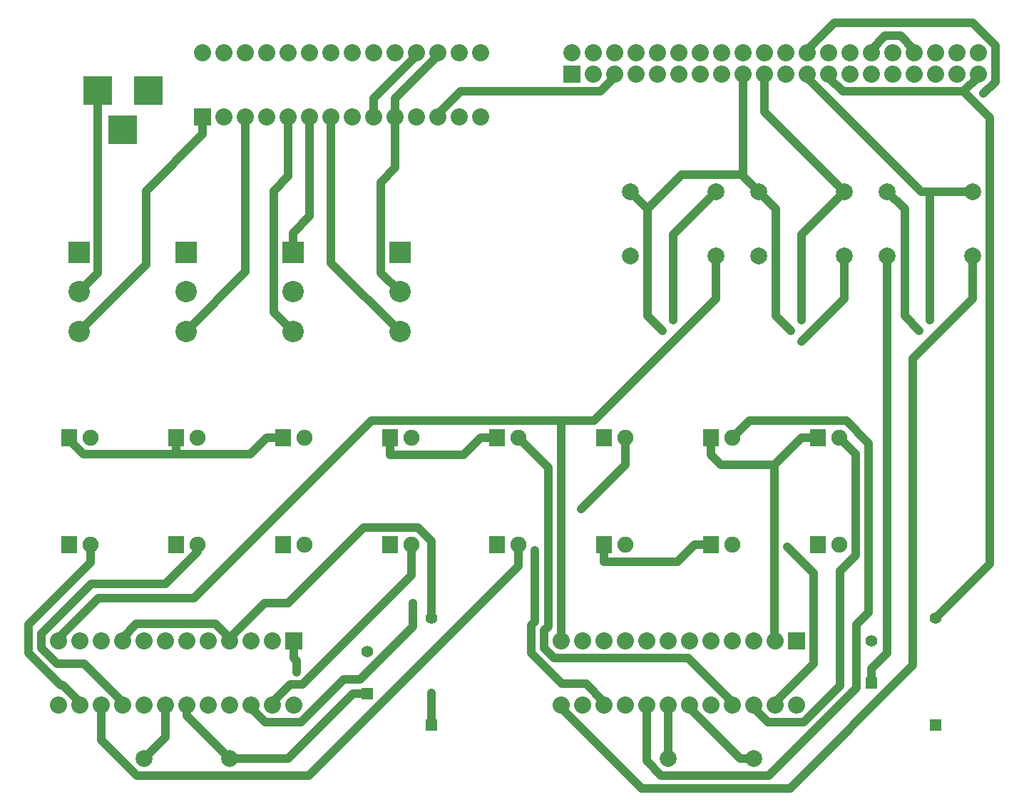
<source format=gbr>
G04 #@! TF.FileFunction,Copper,L2,Bot,Signal*
%FSLAX46Y46*%
G04 Gerber Fmt 4.6, Leading zero omitted, Abs format (unit mm)*
G04 Created by KiCad (PCBNEW 4.0.2-stable) date Wednesday, 03 August 2016 'pmt' 15:26:21*
%MOMM*%
G01*
G04 APERTURE LIST*
%ADD10C,0.100000*%
%ADD11R,1.397000X1.397000*%
%ADD12C,1.397000*%
%ADD13R,1.400000X1.400000*%
%ADD14C,1.400000*%
%ADD15R,3.500120X3.500120*%
%ADD16R,1.900000X2.000000*%
%ADD17C,1.900000*%
%ADD18C,1.998980*%
%ADD19R,2.032000X2.032000*%
%ADD20C,2.032000*%
%ADD21C,1.000760*%
%ADD22R,2.540000X2.540000*%
%ADD23C,2.540000*%
%ADD24C,1.000000*%
%ADD25C,1.000000*%
G04 APERTURE END LIST*
D10*
D11*
X68400400Y-147146000D03*
D12*
X68400400Y-134446000D03*
D13*
X120650000Y-142160000D03*
D14*
X120650000Y-137160000D03*
D11*
X128270000Y-147146000D03*
D12*
X128270000Y-134446000D03*
D13*
X60780400Y-143430000D03*
D14*
X60780400Y-138430000D03*
D15*
X34775140Y-71755000D03*
X28775660Y-71755000D03*
X31775400Y-76454000D03*
D16*
X25400000Y-113030000D03*
D17*
X27940000Y-113030000D03*
D16*
X38100000Y-113030000D03*
D17*
X40640000Y-113030000D03*
D16*
X50800000Y-113030000D03*
D17*
X53340000Y-113030000D03*
D16*
X63500000Y-113030000D03*
D17*
X66040000Y-113030000D03*
D16*
X76200000Y-113030000D03*
D17*
X78740000Y-113030000D03*
D16*
X88900000Y-113030000D03*
D17*
X91440000Y-113030000D03*
D16*
X101600000Y-113030000D03*
D17*
X104140000Y-113030000D03*
D16*
X114300000Y-113030000D03*
D17*
X116840000Y-113030000D03*
D16*
X25400000Y-125730000D03*
D17*
X27940000Y-125730000D03*
D16*
X38100000Y-125730000D03*
D17*
X40640000Y-125730000D03*
D16*
X50800000Y-125730000D03*
D17*
X53340000Y-125730000D03*
D16*
X63500000Y-125730000D03*
D17*
X66040000Y-125730000D03*
D16*
X88900000Y-125730000D03*
D17*
X91440000Y-125730000D03*
D16*
X76200000Y-125730000D03*
D17*
X78740000Y-125730000D03*
D16*
X101600000Y-125730000D03*
D17*
X104140000Y-125730000D03*
D16*
X114300000Y-125730000D03*
D17*
X116840000Y-125730000D03*
D18*
X96520000Y-151130000D03*
X106680000Y-151130000D03*
X34290000Y-151130000D03*
X44450000Y-151130000D03*
D19*
X41275000Y-74930000D03*
D20*
X43815000Y-74930000D03*
X46355000Y-74930000D03*
X48895000Y-74930000D03*
X51435000Y-74930000D03*
X53975000Y-74930000D03*
X56515000Y-74930000D03*
X59055000Y-74930000D03*
X61595000Y-74930000D03*
X64135000Y-74930000D03*
X66675000Y-74930000D03*
X69215000Y-74930000D03*
X71755000Y-74930000D03*
X74295000Y-74930000D03*
X74295000Y-67310000D03*
X71755000Y-67310000D03*
X69215000Y-67310000D03*
X66675000Y-67310000D03*
X64135000Y-67310000D03*
X61595000Y-67310000D03*
X59055000Y-67310000D03*
X56515000Y-67310000D03*
X53975000Y-67310000D03*
X51435000Y-67310000D03*
X48895000Y-67310000D03*
X46355000Y-67310000D03*
X43815000Y-67310000D03*
X41275000Y-67310000D03*
D19*
X111760000Y-137160000D03*
D20*
X109220000Y-137160000D03*
X106680000Y-137160000D03*
X104140000Y-137160000D03*
X101600000Y-137160000D03*
X99060000Y-137160000D03*
X96520000Y-137160000D03*
X93980000Y-137160000D03*
X91440000Y-137160000D03*
X88900000Y-137160000D03*
X86360000Y-137160000D03*
X83820000Y-137160000D03*
X83820000Y-144780000D03*
X86360000Y-144780000D03*
X88900000Y-144780000D03*
X91440000Y-144780000D03*
X93980000Y-144780000D03*
X96520000Y-144780000D03*
X99060000Y-144780000D03*
X101600000Y-144780000D03*
X104140000Y-144780000D03*
X106680000Y-144780000D03*
X109220000Y-144780000D03*
X111760000Y-144780000D03*
D19*
X52070000Y-137160000D03*
D20*
X49530000Y-137160000D03*
X46990000Y-137160000D03*
X44450000Y-137160000D03*
X41910000Y-137160000D03*
X39370000Y-137160000D03*
X36830000Y-137160000D03*
X34290000Y-137160000D03*
X31750000Y-137160000D03*
X29210000Y-137160000D03*
X26670000Y-137160000D03*
X24130000Y-137160000D03*
X24130000Y-144780000D03*
X26670000Y-144780000D03*
X29210000Y-144780000D03*
X31750000Y-144780000D03*
X34290000Y-144780000D03*
X36830000Y-144780000D03*
X39370000Y-144780000D03*
X41910000Y-144780000D03*
X44450000Y-144780000D03*
X46990000Y-144780000D03*
X49530000Y-144780000D03*
X52070000Y-144780000D03*
D21*
X95885000Y-100330000D03*
X97155000Y-99060000D03*
X97155000Y-101600000D03*
X126365000Y-100330000D03*
X127635000Y-99060000D03*
X127635000Y-101600000D03*
X111125000Y-100330000D03*
X112395000Y-99060000D03*
X112395000Y-101600000D03*
D18*
X92075000Y-83820000D03*
X102235000Y-83820000D03*
X92075000Y-91440000D03*
X102235000Y-91440000D03*
X107315000Y-83820000D03*
X117475000Y-83820000D03*
X107315000Y-91440000D03*
X117475000Y-91440000D03*
X122555000Y-83820000D03*
X132715000Y-83820000D03*
X122555000Y-91440000D03*
X132715000Y-91440000D03*
D22*
X64656200Y-91006400D03*
D23*
X64656200Y-95705400D03*
X64656200Y-100404400D03*
D22*
X51956200Y-91006400D03*
D23*
X51956200Y-95705400D03*
X51956200Y-100404400D03*
D22*
X39256200Y-91006400D03*
D23*
X39256200Y-95705400D03*
X39256200Y-100404400D03*
D22*
X26556200Y-91006400D03*
D23*
X26556200Y-95705400D03*
X26556200Y-100404400D03*
D19*
X85090000Y-69850000D03*
D20*
X85090000Y-67310000D03*
X87630000Y-69850000D03*
X87630000Y-67310000D03*
X90170000Y-69850000D03*
X90170000Y-67310000D03*
X92710000Y-69850000D03*
X92710000Y-67310000D03*
X95250000Y-69850000D03*
X95250000Y-67310000D03*
X97790000Y-69850000D03*
X97790000Y-67310000D03*
X100330000Y-69850000D03*
X100330000Y-67310000D03*
X102870000Y-69850000D03*
X102870000Y-67310000D03*
X105410000Y-69850000D03*
X105410000Y-67310000D03*
X107950000Y-69850000D03*
X107950000Y-67310000D03*
X110490000Y-69850000D03*
X110490000Y-67310000D03*
X113030000Y-69850000D03*
X113030000Y-67310000D03*
X115570000Y-69850000D03*
X115570000Y-67310000D03*
X118110000Y-69850000D03*
X118110000Y-67310000D03*
X120650000Y-69850000D03*
X120650000Y-67310000D03*
X123190000Y-69850000D03*
X123190000Y-67310000D03*
X125730000Y-69850000D03*
X125730000Y-67310000D03*
X128270000Y-69850000D03*
X128270000Y-67310000D03*
X130810000Y-69850000D03*
X130810000Y-67310000D03*
X133350000Y-69850000D03*
X133350000Y-67310000D03*
D24*
X133960300Y-72144200D03*
X68400400Y-143349700D03*
X110634300Y-125980100D03*
X80729800Y-126403200D03*
X86154000Y-121520500D03*
X66204400Y-132693500D03*
X52440300Y-140854600D03*
D25*
X61595000Y-72768000D02*
X61595000Y-74930000D01*
X66675000Y-67688000D02*
X61595000Y-72768000D01*
X66675000Y-67310000D02*
X66675000Y-67688000D01*
X92075000Y-83820000D02*
X94092600Y-85837600D01*
X94092600Y-98537600D02*
X94092600Y-85837600D01*
X95885000Y-100330000D02*
X94092600Y-98537600D01*
X98158300Y-81771900D02*
X105410000Y-81771900D01*
X94092600Y-85837600D02*
X98158300Y-81771900D01*
X105410000Y-69850000D02*
X105410000Y-81771900D01*
X124618600Y-98583600D02*
X126365000Y-100330000D01*
X124618600Y-85883600D02*
X124618600Y-98583600D01*
X122555000Y-83820000D02*
X124618600Y-85883600D01*
X105410000Y-81915000D02*
X107315000Y-83820000D01*
X105410000Y-81771900D02*
X105410000Y-81915000D01*
X109323500Y-98528500D02*
X111125000Y-100330000D01*
X109323500Y-85828500D02*
X109323500Y-98528500D01*
X107315000Y-83820000D02*
X109323500Y-85828500D01*
X97155000Y-88900000D02*
X102235000Y-83820000D01*
X97155000Y-99060000D02*
X97155000Y-88900000D01*
X113030000Y-66998400D02*
X113030000Y-67310000D01*
X116243300Y-63785100D02*
X113030000Y-66998400D01*
X132695000Y-63785100D02*
X116243300Y-63785100D01*
X135366800Y-66456900D02*
X132695000Y-63785100D01*
X135366800Y-70737700D02*
X135366800Y-66456900D01*
X133960300Y-72144200D02*
X135366800Y-70737700D01*
X68400400Y-147146000D02*
X68400400Y-145447200D01*
X68400400Y-145447200D02*
X68400400Y-143349700D01*
X105095400Y-151130000D02*
X106680000Y-151130000D01*
X99060000Y-145094600D02*
X105095400Y-151130000D01*
X99060000Y-144780000D02*
X99060000Y-145094600D01*
X39370000Y-146050000D02*
X44450000Y-151130000D01*
X39370000Y-144780000D02*
X39370000Y-146050000D01*
X60780400Y-143430000D02*
X59080100Y-143430000D01*
X122555000Y-138554700D02*
X122555000Y-91440000D01*
X120650000Y-140459700D02*
X122555000Y-138554700D01*
X120650000Y-142160000D02*
X120650000Y-140459700D01*
X51380100Y-151130000D02*
X44450000Y-151130000D01*
X59080100Y-143430000D02*
X51380100Y-151130000D01*
X102235000Y-96520000D02*
X97155000Y-101600000D01*
X102235000Y-91440000D02*
X102235000Y-96520000D01*
X83820000Y-137160000D02*
X83820000Y-111003700D01*
X87751300Y-111003700D02*
X83820000Y-111003700D01*
X97155000Y-101600000D02*
X87751300Y-111003700D01*
X24130000Y-136789800D02*
X24130000Y-137160000D01*
X28877700Y-132042100D02*
X24130000Y-136789800D01*
X40260500Y-132042100D02*
X28877700Y-132042100D01*
X61298900Y-111003700D02*
X40260500Y-132042100D01*
X83820000Y-111003700D02*
X61298900Y-111003700D01*
X127635000Y-99060000D02*
X127635000Y-83820000D01*
X126595900Y-83820000D02*
X127635000Y-83820000D01*
X113030000Y-70254100D02*
X126595900Y-83820000D01*
X113030000Y-69850000D02*
X113030000Y-70254100D01*
X127635000Y-83820000D02*
X132715000Y-83820000D01*
X132715000Y-96520000D02*
X132715000Y-91440000D01*
X127635000Y-101600000D02*
X132715000Y-96520000D01*
X83820000Y-145152400D02*
X83820000Y-144780000D01*
X93347100Y-154679500D02*
X83820000Y-145152400D01*
X110968500Y-154679500D02*
X93347100Y-154679500D01*
X125571100Y-140076900D02*
X110968500Y-154679500D01*
X125571100Y-103663900D02*
X125571100Y-140076900D01*
X127635000Y-101600000D02*
X125571100Y-103663900D01*
X107950000Y-74295000D02*
X117475000Y-83820000D01*
X107950000Y-69850000D02*
X107950000Y-74295000D01*
X112395000Y-88900000D02*
X117475000Y-83820000D01*
X112395000Y-99060000D02*
X112395000Y-88900000D01*
X117475000Y-96520000D02*
X117475000Y-91440000D01*
X112395000Y-101600000D02*
X117475000Y-96520000D01*
X134721700Y-127994300D02*
X128270000Y-134446000D01*
X134721700Y-75027400D02*
X134721700Y-127994300D01*
X131612000Y-71917700D02*
X134721700Y-75027400D01*
X133350000Y-70179700D02*
X131612000Y-71917700D01*
X133350000Y-69850000D02*
X133350000Y-70179700D01*
X115570000Y-70228600D02*
X115570000Y-69850000D01*
X117259100Y-71917700D02*
X115570000Y-70228600D01*
X131612000Y-71917700D02*
X117259100Y-71917700D01*
X62385800Y-93435000D02*
X64656200Y-95705400D01*
X62385800Y-82714100D02*
X62385800Y-93435000D01*
X64135000Y-80964900D02*
X62385800Y-82714100D01*
X64135000Y-74930000D02*
X64135000Y-80964900D01*
X120650000Y-66935800D02*
X120650000Y-67310000D01*
X122296300Y-65289500D02*
X120650000Y-66935800D01*
X124087700Y-65289500D02*
X122296300Y-65289500D01*
X125730000Y-66931800D02*
X124087700Y-65289500D01*
X125730000Y-67310000D02*
X125730000Y-66931800D01*
X64135000Y-72733800D02*
X64135000Y-74930000D01*
X69215000Y-67653800D02*
X64135000Y-72733800D01*
X69215000Y-67310000D02*
X69215000Y-67653800D01*
X28826600Y-74556300D02*
X28775700Y-74505400D01*
X28826600Y-93435000D02*
X28826600Y-74556300D01*
X26556200Y-95705400D02*
X28826600Y-93435000D01*
X28775700Y-71755000D02*
X28775700Y-74505400D01*
X42746100Y-135139700D02*
X44450000Y-136843600D01*
X33392100Y-135139700D02*
X42746100Y-135139700D01*
X31750000Y-136781800D02*
X33392100Y-135139700D01*
X31750000Y-137160000D02*
X31750000Y-136781800D01*
X48632500Y-132661100D02*
X44450000Y-136843600D01*
X51397300Y-132661100D02*
X48632500Y-132661100D01*
X60328800Y-123729600D02*
X51397300Y-132661100D01*
X66802700Y-123729600D02*
X60328800Y-123729600D01*
X68400400Y-125327300D02*
X66802700Y-123729600D01*
X68400400Y-134446000D02*
X68400400Y-125327300D01*
X44450000Y-136843600D02*
X44450000Y-137160000D01*
X72249400Y-115030300D02*
X63500000Y-115030300D01*
X74249700Y-113030000D02*
X72249400Y-115030300D01*
X76200000Y-113030000D02*
X74249700Y-113030000D01*
X63500000Y-113030000D02*
X63500000Y-115030300D01*
X38100000Y-113030000D02*
X38100000Y-114630200D01*
X46899300Y-114980400D02*
X38100000Y-114980400D01*
X48849700Y-113030000D02*
X46899300Y-114980400D01*
X38100000Y-114630200D02*
X38100000Y-114980400D01*
X25400000Y-113319800D02*
X25400000Y-113030000D01*
X27060600Y-114980400D02*
X25400000Y-113319800D01*
X38100000Y-114980400D02*
X27060600Y-114980400D01*
X50800000Y-113030000D02*
X48849700Y-113030000D01*
X114300000Y-113030000D02*
X112349700Y-113030000D01*
X101600000Y-113030000D02*
X101600000Y-115030300D01*
X102816200Y-116246500D02*
X101600000Y-115030300D01*
X109133200Y-116246500D02*
X102816200Y-116246500D01*
X109133200Y-137073200D02*
X109133200Y-116246500D01*
X109220000Y-137160000D02*
X109133200Y-137073200D01*
X109133200Y-116246500D02*
X112349700Y-113030000D01*
X97649400Y-127730300D02*
X88900000Y-127730300D01*
X99649700Y-125730000D02*
X97649400Y-127730300D01*
X101600000Y-125730000D02*
X99649700Y-125730000D01*
X88900000Y-125730000D02*
X88900000Y-127730300D01*
X27940000Y-127859800D02*
X27940000Y-125730000D01*
X20584200Y-135215600D02*
X27940000Y-127859800D01*
X20584200Y-138626600D02*
X20584200Y-135215600D01*
X24344100Y-142386500D02*
X20584200Y-138626600D01*
X24645400Y-142386500D02*
X24344100Y-142386500D01*
X26670000Y-144411100D02*
X24645400Y-142386500D01*
X26670000Y-144780000D02*
X26670000Y-144411100D01*
X40640000Y-126603100D02*
X40640000Y-125730000D01*
X36857100Y-130386000D02*
X40640000Y-126603100D01*
X28041700Y-130386000D02*
X36857100Y-130386000D01*
X22099800Y-136327900D02*
X28041700Y-130386000D01*
X22099800Y-138014200D02*
X22099800Y-136327900D01*
X23970700Y-139885100D02*
X22099800Y-138014200D01*
X27189400Y-139885100D02*
X23970700Y-139885100D01*
X31750000Y-144445700D02*
X27189400Y-139885100D01*
X31750000Y-144780000D02*
X31750000Y-144445700D01*
X113776400Y-129122200D02*
X110634300Y-125980100D01*
X113776400Y-139890900D02*
X113776400Y-129122200D01*
X109220000Y-144447300D02*
X113776400Y-139890900D01*
X109220000Y-144780000D02*
X109220000Y-144447300D01*
X49530000Y-144462600D02*
X49530000Y-144780000D01*
X51637700Y-142354900D02*
X49530000Y-144462600D01*
X53061800Y-142354900D02*
X51637700Y-142354900D01*
X66040000Y-129376700D02*
X53061800Y-142354900D01*
X66040000Y-125730000D02*
X66040000Y-129376700D01*
X82269500Y-116559500D02*
X78740000Y-113030000D01*
X82269500Y-135460500D02*
X82269500Y-116559500D01*
X81800600Y-135929400D02*
X82269500Y-135460500D01*
X81800600Y-137992200D02*
X81800600Y-135929400D01*
X82984800Y-139176400D02*
X81800600Y-137992200D01*
X98869000Y-139176400D02*
X82984800Y-139176400D01*
X104140000Y-144447400D02*
X98869000Y-139176400D01*
X104140000Y-144780000D02*
X104140000Y-144447400D01*
X80729800Y-134878300D02*
X80729800Y-126403200D01*
X80276800Y-135331300D02*
X80729800Y-134878300D01*
X80276800Y-138592400D02*
X80276800Y-135331300D01*
X83935100Y-142250700D02*
X80276800Y-138592400D01*
X86748800Y-142250700D02*
X83935100Y-142250700D01*
X88900000Y-144401900D02*
X86748800Y-142250700D01*
X88900000Y-144780000D02*
X88900000Y-144401900D01*
X91440000Y-116234500D02*
X91440000Y-113030000D01*
X86154000Y-121520500D02*
X91440000Y-116234500D01*
X78740000Y-128294400D02*
X78740000Y-125730000D01*
X53862500Y-153171900D02*
X78740000Y-128294400D01*
X33479100Y-153171900D02*
X53862500Y-153171900D01*
X29210000Y-148902800D02*
X33479100Y-153171900D01*
X29210000Y-144780000D02*
X29210000Y-148902800D01*
X93980000Y-151423500D02*
X93980000Y-144780000D01*
X95711000Y-153154500D02*
X93980000Y-151423500D01*
X108437800Y-153154500D02*
X95711000Y-153154500D01*
X118873600Y-142718700D02*
X108437800Y-153154500D01*
X118873600Y-135224900D02*
X118873600Y-142718700D01*
X120299900Y-133798600D02*
X118873600Y-135224900D01*
X120299900Y-113667400D02*
X120299900Y-133798600D01*
X117658800Y-111026300D02*
X120299900Y-113667400D01*
X106143700Y-111026300D02*
X117658800Y-111026300D01*
X104140000Y-113030000D02*
X106143700Y-111026300D01*
X118795000Y-114985000D02*
X116840000Y-113030000D01*
X118795000Y-126980100D02*
X118795000Y-114985000D01*
X116951500Y-128823600D02*
X118795000Y-126980100D01*
X116951500Y-142479500D02*
X116951500Y-128823600D01*
X112632000Y-146799000D02*
X116951500Y-142479500D01*
X108340000Y-146799000D02*
X112632000Y-146799000D01*
X106680000Y-145139000D02*
X108340000Y-146799000D01*
X106680000Y-144780000D02*
X106680000Y-145139000D01*
X66204400Y-135475500D02*
X66204400Y-132693500D01*
X59950300Y-141729600D02*
X66204400Y-135475500D01*
X57982000Y-141729600D02*
X59950300Y-141729600D01*
X52890000Y-146821600D02*
X57982000Y-141729600D01*
X48683200Y-146821600D02*
X52890000Y-146821600D01*
X46990000Y-145128400D02*
X48683200Y-146821600D01*
X46990000Y-144780000D02*
X46990000Y-145128400D01*
X96520000Y-144780000D02*
X96520000Y-151130000D01*
X36830000Y-148590000D02*
X34290000Y-151130000D01*
X36830000Y-144780000D02*
X36830000Y-148590000D01*
X56515000Y-92263200D02*
X56515000Y-74930000D01*
X64656200Y-100404400D02*
X56515000Y-92263200D01*
X53975000Y-86717300D02*
X53975000Y-74930000D01*
X51956200Y-88736100D02*
X53975000Y-86717300D01*
X51956200Y-91006400D02*
X51956200Y-88736100D01*
X51435000Y-81981200D02*
X51435000Y-74930000D01*
X49685800Y-83730400D02*
X51435000Y-81981200D01*
X49685800Y-98134000D02*
X49685800Y-83730400D01*
X51956200Y-100404400D02*
X49685800Y-98134000D01*
X46355000Y-93305600D02*
X46355000Y-74930000D01*
X39256200Y-100404400D02*
X46355000Y-93305600D01*
X34525900Y-83695400D02*
X41275000Y-76946300D01*
X34525900Y-92434700D02*
X34525900Y-83695400D01*
X26556200Y-100404400D02*
X34525900Y-92434700D01*
X41275000Y-74930000D02*
X41275000Y-76946300D01*
X69215000Y-74553700D02*
X69215000Y-74930000D01*
X71848000Y-71920700D02*
X69215000Y-74553700D01*
X88477500Y-71920700D02*
X71848000Y-71920700D01*
X90170000Y-70228200D02*
X88477500Y-71920700D01*
X90170000Y-69850000D02*
X90170000Y-70228200D01*
X52440300Y-139546600D02*
X52440300Y-140854600D01*
X52070000Y-139176300D02*
X52440300Y-139546600D01*
X52070000Y-137160000D02*
X52070000Y-139176300D01*
M02*

</source>
